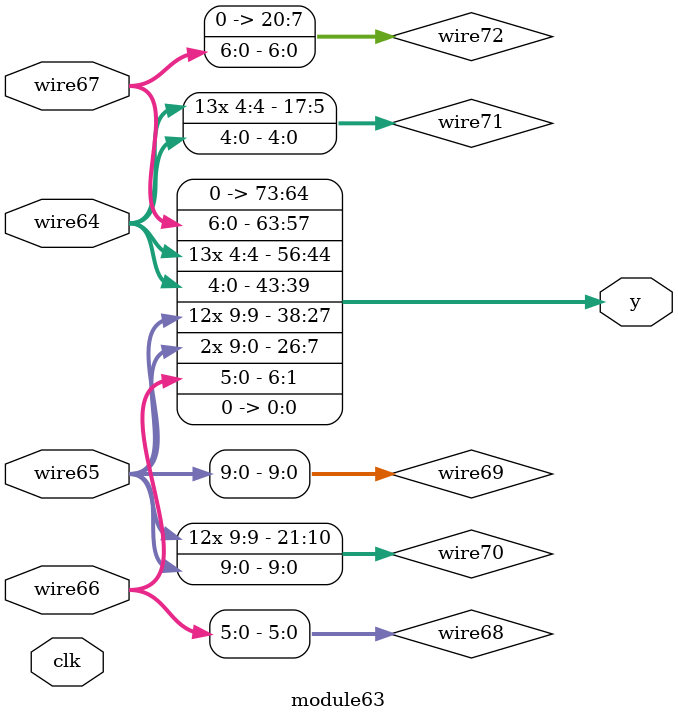
<source format=v>
module top
#(parameter param80 = ((((((8'haf) ? (8'ha5) : (8'hb6)) ? ((8'hb6) <= (8'hbf)) : {(8'hb1)}) ? ({(8'h9f), (7'h40)} ? ((8'h9e) || (8'ha3)) : (~^(8'hb4))) : (-{(8'ha2), (7'h44)})) + ((((8'ha8) ? (8'hae) : (8'ha4)) || ((8'hb0) ? (8'hb4) : (8'ha1))) < (((8'ha3) ? (8'ha2) : (8'hab)) ? ((7'h44) ? (8'ha2) : (7'h44)) : (-(8'haa))))) ? {((~|(-(8'hb3))) != (8'hac)), ((((8'ha7) >> (8'hac)) ? {(8'hab), (8'hbd)} : (~|(8'hbe))) ? {((8'hbf) ? (8'hb2) : (8'hbc)), {(8'hac), (8'hbb)}} : (((8'haf) + (8'hb7)) | (+(7'h44))))} : (+{(((7'h40) < (8'hb9)) <<< (~|(7'h44)))})), 
parameter param81 = (((param80 ? (((8'hb9) ? param80 : param80) ? {param80} : (^~param80)) : param80) ? param80 : (|param80)) ? ((({param80} ? param80 : (|param80)) & {(param80 - param80)}) ? ((|(param80 ? param80 : param80)) - param80) : param80) : {param80}))
(y, clk, wire4, wire3, wire2, wire1, wire0);
  output wire [(32'h152):(32'h0)] y;
  input wire [(1'h0):(1'h0)] clk;
  input wire [(4'hd):(1'h0)] wire4;
  input wire [(5'h12):(1'h0)] wire3;
  input wire signed [(4'ha):(1'h0)] wire2;
  input wire [(4'he):(1'h0)] wire1;
  input wire [(4'h9):(1'h0)] wire0;
  wire [(4'h8):(1'h0)] wire78;
  wire [(3'h5):(1'h0)] wire11;
  wire signed [(5'h12):(1'h0)] wire10;
  wire signed [(5'h13):(1'h0)] wire7;
  wire signed [(3'h4):(1'h0)] wire6;
  wire signed [(4'h8):(1'h0)] wire5;
  reg [(4'hd):(1'h0)] reg8 = (1'h0);
  reg signed [(5'h10):(1'h0)] reg9 = (1'h0);
  reg signed [(4'hc):(1'h0)] reg12 = (1'h0);
  reg [(5'h11):(1'h0)] reg13 = (1'h0);
  reg signed [(4'hf):(1'h0)] reg14 = (1'h0);
  reg [(5'h14):(1'h0)] reg15 = (1'h0);
  reg signed [(4'ha):(1'h0)] reg16 = (1'h0);
  reg [(5'h11):(1'h0)] reg17 = (1'h0);
  reg [(5'h15):(1'h0)] reg18 = (1'h0);
  reg [(4'hc):(1'h0)] reg19 = (1'h0);
  reg signed [(4'hc):(1'h0)] reg20 = (1'h0);
  reg signed [(5'h12):(1'h0)] reg21 = (1'h0);
  reg [(4'h9):(1'h0)] reg22 = (1'h0);
  reg signed [(4'hd):(1'h0)] reg23 = (1'h0);
  reg signed [(3'h6):(1'h0)] reg24 = (1'h0);
  reg [(5'h11):(1'h0)] reg25 = (1'h0);
  reg signed [(4'he):(1'h0)] reg26 = (1'h0);
  reg signed [(5'h12):(1'h0)] reg27 = (1'h0);
  reg signed [(3'h5):(1'h0)] reg28 = (1'h0);
  reg signed [(4'ha):(1'h0)] reg29 = (1'h0);
  assign y = {wire78,
                 wire11,
                 wire10,
                 wire7,
                 wire6,
                 wire5,
                 reg8,
                 reg9,
                 reg12,
                 reg13,
                 reg14,
                 reg15,
                 reg16,
                 reg17,
                 reg18,
                 reg19,
                 reg20,
                 reg21,
                 reg22,
                 reg23,
                 reg24,
                 reg25,
                 reg26,
                 reg27,
                 reg28,
                 reg29,
                 (1'h0)};
  assign wire5 = $unsigned($unsigned({wire1, (8'hb2)}));
  assign wire6 = (($unsigned(wire4[(4'hb):(4'h9)]) > $signed({(wire0 ?
                             wire1 : (8'haf)),
                         wire0[(4'h9):(1'h1)]})) ?
                     {(~((!(7'h41)) ?
                             (wire5 - wire2) : (wire1 ?
                                 (8'h9e) : wire5)))} : $signed($unsigned((~|$signed((7'h40))))));
  assign wire7 = ($unsigned((wire5 >= ((wire1 ?
                         wire1 : wire2) >> wire5[(1'h1):(1'h1)]))) ?
                     $unsigned(($signed($unsigned(wire5)) ~^ wire1)) : (~^((^$signed(wire2)) + wire1)));
  always
    @(posedge clk) begin
      reg8 <= (^(!$signed((8'hb3))));
      reg9 <= wire6[(2'h3):(1'h0)];
    end
  assign wire10 = ((wire3[(4'hd):(1'h0)] ?
                          wire2 : ($unsigned($signed(wire1)) <<< ($signed(wire4) ?
                              reg9[(1'h0):(1'h0)] : (reg9 != wire4)))) ?
                      $unsigned(((wire6 >>> (~|wire0)) ?
                          ($unsigned((7'h44)) ^ wire6[(1'h1):(1'h0)]) : $signed(((8'h9d) ?
                              wire4 : wire2)))) : reg8[(4'ha):(3'h5)]);
  assign wire11 = $signed((|(&wire10)));
  always
    @(posedge clk) begin
      if ((wire7[(4'he):(4'hb)] <= $signed((-($signed(wire11) ?
          wire11 : wire7[(2'h3):(2'h3)])))))
        begin
          reg12 <= reg9[(2'h3):(2'h2)];
          if ((reg8 ? reg9 : wire6))
            begin
              reg13 <= $unsigned((wire11[(2'h3):(1'h1)] <<< reg12));
              reg14 <= $unsigned($signed($unsigned(reg8[(3'h5):(1'h1)])));
              reg15 <= (((&((reg14 + wire11) ?
                      (-wire0) : reg13)) - wire3[(3'h6):(1'h1)]) ?
                  (-wire1) : $signed(wire3));
              reg16 <= wire2[(1'h1):(1'h1)];
              reg17 <= ((&(+(!wire0[(2'h3):(2'h2)]))) != (^~(reg9 ?
                  $unsigned($unsigned(wire10)) : wire3[(5'h11):(1'h0)])));
            end
          else
            begin
              reg13 <= (({{wire3, {reg9}},
                  (!wire7)} & reg17) * ($signed((^~((8'hb4) ?
                  wire2 : reg9))) + $unsigned((~&$unsigned(wire11)))));
            end
          if ($signed(($unsigned($signed($unsigned(wire5))) >= (^{$signed(wire2),
              {wire11}}))))
            begin
              reg18 <= $unsigned($signed((~|(8'hb2))));
              reg19 <= (reg12[(1'h0):(1'h0)] > ((7'h40) ?
                  ($unsigned(reg15) ?
                      ({reg8} | reg17[(2'h3):(2'h2)]) : $signed((~&wire6))) : ((wire5 ?
                      reg17 : {reg18}) <<< $unsigned($unsigned(reg8)))));
            end
          else
            begin
              reg18 <= (({((wire0 ? (8'ha2) : wire4) && (+reg12)),
                  {wire0[(1'h0):(1'h0)]}} >= ($unsigned((wire3 ?
                      reg9 : (8'hac))) ?
                  ((wire5 == wire0) | (+(8'ha7))) : ((reg16 ?
                      wire6 : wire5) | reg17[(4'hc):(4'ha)]))) << ($signed(wire10) ?
                  $unsigned((|(wire6 ?
                      reg8 : reg13))) : $unsigned($unsigned($unsigned(wire10)))));
              reg19 <= (((&(7'h43)) ?
                      reg8[(3'h5):(3'h4)] : reg12[(3'h7):(1'h1)]) ?
                  (~&((&$unsigned(wire10)) ?
                      (&(~&wire10)) : ($signed(wire10) - (wire4 ^ (8'hbd))))) : ($signed((reg15[(1'h0):(1'h0)] * reg9[(1'h1):(1'h0)])) > reg15));
            end
          reg20 <= (|reg12);
          reg21 <= ($signed((wire5 ? (+reg13[(3'h4):(2'h2)]) : (8'hb4))) ?
              $unsigned(reg9[(2'h2):(1'h0)]) : wire11[(3'h4):(2'h2)]);
        end
      else
        begin
          reg12 <= reg19[(3'h5):(2'h3)];
          reg13 <= (wire10[(1'h0):(1'h0)] - (^($signed(((8'ha7) ?
              reg8 : (7'h41))) >>> ($signed(reg21) ? (|wire1) : wire0))));
        end
    end
  always
    @(posedge clk) begin
      reg22 <= (!($signed(reg14) >>> reg21));
      reg23 <= (reg9[(1'h0):(1'h0)] ?
          wire10 : ((reg13 ? $unsigned((&wire5)) : (!(reg17 < wire3))) ?
              reg21[(1'h1):(1'h0)] : $signed(($signed(reg9) > {wire7,
                  (7'h44)}))));
      if ($signed((+$signed((!(reg20 ? wire5 : reg12))))))
        begin
          reg24 <= {(^wire2[(1'h1):(1'h0)]), wire4[(4'h9):(3'h5)]};
          reg25 <= $signed($unsigned({(wire7[(4'h8):(3'h4)] - reg15)}));
          reg26 <= wire4[(1'h0):(1'h0)];
          reg27 <= ((wire6[(1'h0):(1'h0)] <= (8'hb8)) ~^ $unsigned($signed((|(wire1 >> wire3)))));
          reg28 <= wire2;
        end
      else
        begin
          reg24 <= $signed(reg27[(4'ha):(4'ha)]);
          reg25 <= (reg9[(3'h4):(2'h3)] ?
              $signed(wire11[(2'h2):(1'h0)]) : reg21);
          reg26 <= reg9;
        end
      reg29 <= ((!((reg12[(3'h6):(1'h1)] ?
              reg15 : ((8'h9c) ? (8'ha4) : reg12)) ?
          {$signed(reg13)} : $unsigned(((8'ha7) ?
              reg25 : wire6)))) ~^ $unsigned(wire1));
    end
  module30 #() modinst79 (wire78, clk, reg27, reg12, reg13, reg18, reg24);
endmodule

module module30
#(parameter param77 = {(~|(8'hbb)), ({(~^(!(8'ha3)))} >= {(((8'hbc) ? (8'ha9) : (8'hb9)) ? (!(8'hb2)) : (+(8'ha2)))})})
(y, clk, wire35, wire34, wire33, wire32, wire31);
  output wire [(32'h13d):(32'h0)] y;
  input wire [(1'h0):(1'h0)] clk;
  input wire signed [(4'hf):(1'h0)] wire35;
  input wire [(3'h4):(1'h0)] wire34;
  input wire signed [(4'h9):(1'h0)] wire33;
  input wire signed [(4'he):(1'h0)] wire32;
  input wire signed [(3'h6):(1'h0)] wire31;
  wire [(4'hd):(1'h0)] wire76;
  wire signed [(2'h2):(1'h0)] wire74;
  wire [(4'hb):(1'h0)] wire62;
  wire [(2'h2):(1'h0)] wire61;
  wire signed [(5'h10):(1'h0)] wire60;
  wire signed [(4'ha):(1'h0)] wire51;
  wire signed [(3'h6):(1'h0)] wire50;
  wire [(5'h13):(1'h0)] wire49;
  wire signed [(3'h4):(1'h0)] wire48;
  wire [(4'ha):(1'h0)] wire47;
  wire [(4'hd):(1'h0)] wire38;
  wire signed [(4'h9):(1'h0)] wire37;
  wire [(5'h11):(1'h0)] wire36;
  reg signed [(4'he):(1'h0)] reg59 = (1'h0);
  reg signed [(4'hb):(1'h0)] reg58 = (1'h0);
  reg [(5'h10):(1'h0)] reg57 = (1'h0);
  reg [(3'h4):(1'h0)] reg56 = (1'h0);
  reg signed [(4'hd):(1'h0)] reg55 = (1'h0);
  reg [(4'h8):(1'h0)] reg54 = (1'h0);
  reg [(5'h15):(1'h0)] reg53 = (1'h0);
  reg [(3'h5):(1'h0)] reg52 = (1'h0);
  reg [(4'h9):(1'h0)] reg46 = (1'h0);
  reg [(3'h6):(1'h0)] reg45 = (1'h0);
  reg [(4'he):(1'h0)] reg44 = (1'h0);
  reg signed [(5'h10):(1'h0)] reg43 = (1'h0);
  reg signed [(5'h13):(1'h0)] reg42 = (1'h0);
  reg signed [(3'h5):(1'h0)] reg41 = (1'h0);
  reg signed [(5'h10):(1'h0)] reg40 = (1'h0);
  reg signed [(3'h7):(1'h0)] reg39 = (1'h0);
  assign y = {wire76,
                 wire74,
                 wire62,
                 wire61,
                 wire60,
                 wire51,
                 wire50,
                 wire49,
                 wire48,
                 wire47,
                 wire38,
                 wire37,
                 wire36,
                 reg59,
                 reg58,
                 reg57,
                 reg56,
                 reg55,
                 reg54,
                 reg53,
                 reg52,
                 reg46,
                 reg45,
                 reg44,
                 reg43,
                 reg42,
                 reg41,
                 reg40,
                 reg39,
                 (1'h0)};
  assign wire36 = ($signed($unsigned(wire34)) | ($signed((wire33[(3'h6):(2'h3)] ^~ $signed(wire33))) ?
                      ($unsigned((|wire31)) - wire31) : $signed($unsigned((wire35 ?
                          (8'hbc) : (8'haa))))));
  assign wire37 = ((({{wire34}} ?
                              (wire36[(1'h0):(1'h0)] || {wire36}) : $unsigned($signed(wire31))) ?
                          $unsigned(wire32) : wire31[(3'h5):(1'h1)]) ?
                      ((8'ha7) ~^ ({wire34} + ((wire31 ^~ wire31) > wire35[(3'h6):(3'h6)]))) : wire34);
  assign wire38 = $signed((wire34 < ($unsigned((wire33 <<< wire31)) ?
                      $unsigned($unsigned(wire34)) : $unsigned((8'hbd)))));
  always
    @(posedge clk) begin
      reg39 <= $signed($signed(wire32));
      if ($unsigned({{(wire31 ? (wire33 | wire34) : {wire36, wire37})}}))
        begin
          reg40 <= (^wire36[(1'h0):(1'h0)]);
          reg41 <= $signed($signed((~&(reg39[(3'h6):(2'h2)] & $unsigned(wire37)))));
          reg42 <= $unsigned((|$signed($unsigned((wire36 ? wire36 : reg41)))));
        end
      else
        begin
          if (reg41)
            begin
              reg40 <= (({{reg39}} ? wire36[(4'hd):(4'h9)] : $unsigned(reg39)) ?
                  ((^$signed(wire35)) ?
                      $signed(($signed(reg41) ^~ $signed(wire31))) : ($signed(reg39) == (wire35[(4'hb):(3'h6)] ?
                          reg39 : wire36[(5'h10):(4'hd)]))) : wire33[(3'h7):(1'h0)]);
              reg41 <= ((~(|(-(~^wire31)))) ?
                  (reg42[(3'h6):(2'h2)] || {wire31[(3'h5):(1'h0)],
                      wire33}) : ((8'h9c) ?
                      (~^wire34) : $unsigned(reg40[(2'h2):(2'h2)])));
              reg42 <= wire33;
            end
          else
            begin
              reg40 <= ($signed((8'hb3)) * (($unsigned($unsigned(wire35)) - wire35[(2'h3):(1'h0)]) ?
                  ({(wire33 && reg42)} & wire37) : (($signed(reg39) ?
                      wire38 : {reg41}) - reg40[(3'h5):(1'h0)])));
            end
          reg43 <= $unsigned(wire35);
          reg44 <= wire38;
        end
      reg45 <= ((({wire31, $signed(reg44)} ?
              wire32[(3'h6):(2'h3)] : (^$unsigned((8'ha9)))) == reg42) ?
          reg43[(4'ha):(3'h4)] : wire36);
      reg46 <= (reg41 >= (8'hb8));
    end
  assign wire47 = (wire35 - ({wire35[(1'h1):(1'h1)],
                      ((wire35 ?
                          reg39 : reg39) << $signed((8'hb3)))} - $unsigned((+(wire32 - wire31)))));
  assign wire48 = ($unsigned((~$unsigned(wire32))) ?
                      reg40 : $unsigned($unsigned((&$signed(wire47)))));
  assign wire49 = $signed(((8'hbf) ?
                      (reg46 != $signed($unsigned(wire36))) : (8'ha3)));
  assign wire50 = ({$signed(wire38[(4'h9):(4'h8)])} ?
                      {reg43[(4'hd):(3'h4)]} : $unsigned((reg41 != ((-(8'hac)) ?
                          $signed(reg42) : (-reg45)))));
  assign wire51 = $signed(reg46[(4'h8):(2'h2)]);
  always
    @(posedge clk) begin
      reg52 <= (!($unsigned($signed($unsigned(wire47))) ^~ wire35));
      reg53 <= (((~(reg45[(3'h4):(2'h2)] <<< $signed(reg42))) ?
              (~&(^~$unsigned(reg52))) : ((wire33 ?
                  wire36 : $signed(reg42)) - (+reg46[(3'h6):(1'h0)]))) ?
          $unsigned(reg52[(1'h1):(1'h1)]) : $signed({(wire49 >>> (|(8'hbf))),
              wire49}));
      if ((reg42 >> (reg39[(3'h6):(3'h4)] >> $unsigned($signed(wire48[(2'h3):(2'h2)])))))
        begin
          reg54 <= (^~({(^wire37), (~|wire37)} ?
              (wire49 <<< reg45) : wire33[(1'h0):(1'h0)]));
        end
      else
        begin
          if (wire35)
            begin
              reg54 <= wire32[(2'h2):(1'h1)];
              reg55 <= $unsigned(({($unsigned(wire32) - wire49),
                      (-$unsigned(reg45))} ?
                  (wire31 ?
                      (~reg43[(4'hd):(1'h0)]) : {$signed(wire36),
                          (^wire33)}) : $signed(wire49[(2'h3):(1'h0)])));
              reg56 <= $unsigned((^~(~$unsigned((~^wire48)))));
              reg57 <= $signed($unsigned(($unsigned((wire33 ? wire31 : reg43)) ?
                  (^~$unsigned(wire32)) : (wire38[(4'hd):(4'h8)] ?
                      reg41 : (wire50 - (7'h41))))));
            end
          else
            begin
              reg54 <= ((($unsigned(((8'haf) != reg39)) ?
                          {{(8'ha5), reg39}} : $signed(reg54[(3'h7):(3'h6)])) ?
                      {(!(!reg43)), $signed((+reg55))} : reg45) ?
                  $unsigned($signed((!$signed(reg42)))) : reg54);
              reg55 <= {(wire50[(3'h6):(3'h6)] ? (8'h9e) : (|wire48)),
                  $unsigned(wire37)};
            end
        end
      reg58 <= ((^~$signed((~(8'hae)))) ?
          ($unsigned(reg43) ?
              (wire37 <<< wire38[(1'h0):(1'h0)]) : (~^$signed({reg55,
                  wire47}))) : ((^wire49[(5'h10):(4'hd)]) ?
              $unsigned(reg41[(1'h1):(1'h1)]) : (~|wire50)));
      reg59 <= ($signed($unsigned((((7'h44) ? reg42 : wire49) ?
          wire50 : {(8'hb8)}))) <<< $signed($unsigned($unsigned((reg54 + wire31)))));
    end
  assign wire60 = $signed({$signed({(reg58 >= wire37), $unsigned((8'hab))}),
                      $unsigned(wire37[(3'h7):(3'h7)])});
  assign wire61 = wire47[(3'h6):(3'h4)];
  assign wire62 = $signed(wire36);
  module63 #() modinst75 (wire74, clk, reg58, reg57, wire36, wire35);
  assign wire76 = $signed(($signed($unsigned(wire47[(2'h3):(2'h2)])) || $unsigned({(!wire35),
                      $signed((8'ha4))})));
endmodule

module module63
#(parameter param73 = ((!({(8'haf)} <= (~&{(8'hb6), (8'hbb)}))) ? (+({((7'h42) ^ (8'hbf)), ((8'hb3) ? (8'hb3) : (8'hb2))} ? (~{(8'hb0)}) : ((-(7'h44)) | ((7'h40) != (8'ha2))))) : {(|{(~^(8'hbc)), (-(8'haa))})}))
(y, clk, wire67, wire66, wire65, wire64);
  output wire [(32'h49):(32'h0)] y;
  input wire [(1'h0):(1'h0)] clk;
  input wire [(3'h6):(1'h0)] wire67;
  input wire signed [(5'h10):(1'h0)] wire66;
  input wire [(5'h10):(1'h0)] wire65;
  input wire signed [(3'h4):(1'h0)] wire64;
  wire [(5'h14):(1'h0)] wire72;
  wire [(5'h11):(1'h0)] wire71;
  wire [(5'h15):(1'h0)] wire70;
  wire signed [(4'h9):(1'h0)] wire69;
  wire [(3'h5):(1'h0)] wire68;
  assign y = {wire72, wire71, wire70, wire69, wire68, (1'h0)};
  assign wire68 = wire66;
  assign wire69 = wire65;
  assign wire70 = wire69;
  assign wire71 = wire64;
  assign wire72 = wire67;
endmodule

</source>
